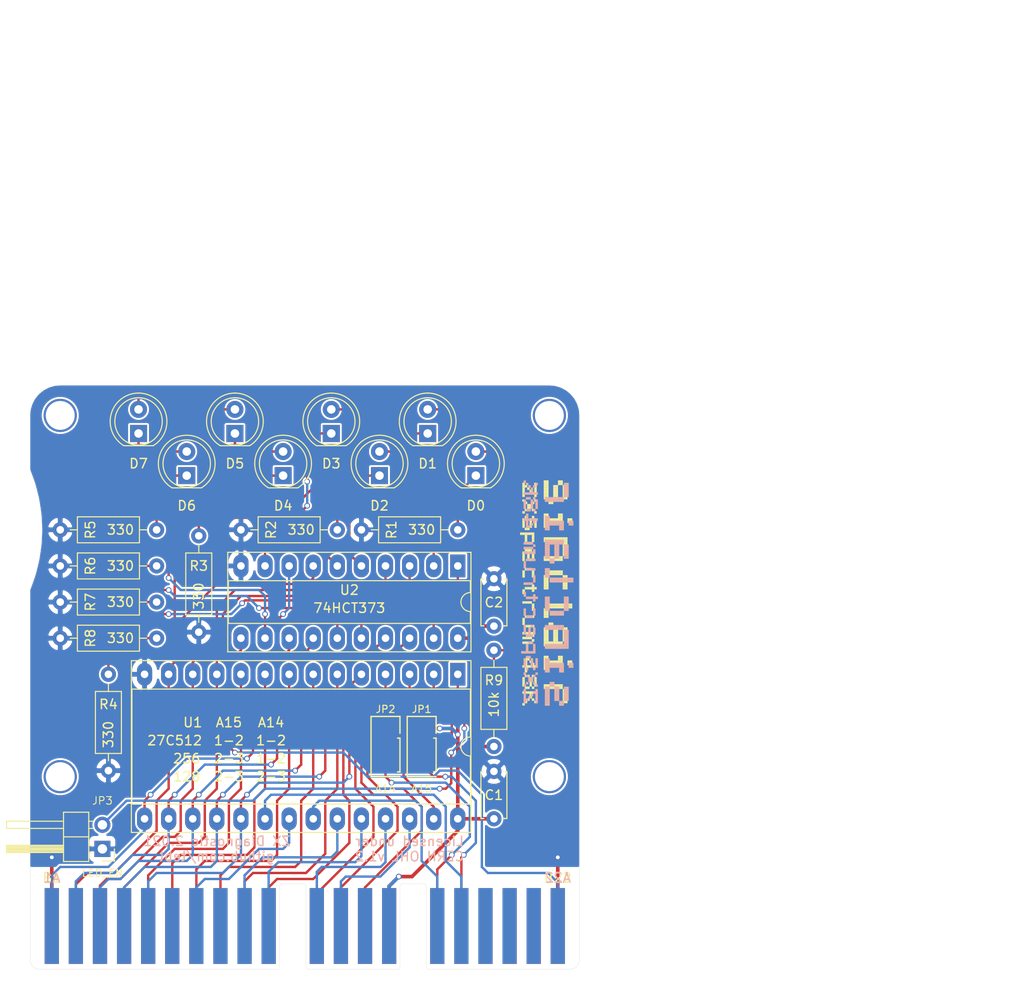
<source format=kicad_pcb>
(kicad_pcb (version 20171130) (host pcbnew "(5.1.8)-1")
  (layers (0 F.Cu signal) (31 B.Cu signal) (34 B.Paste user) (35 F.Paste user) (36 B.SilkS user) (37 F.SilkS user) (38 B.Mask user) (39 F.Mask user) (44 Edge.Cuts user))
  (net 0 "")
  (net 1 /A12)
  (net 2 /A7)
  (net 3 /A6)
  (net 4 /A5)
  (net 5 /A4)
  (net 6 /A3)
  (net 7 /A10)
  (net 8 /A2)
  (net 9 /A1)
  (net 10 /A11)
  (net 11 /A0)
  (net 12 /A9)
  (net 13 /A8)
  (net 14 GND)
  (net 15 VCC)
  (net 16 /D7)
  (net 17 /D6)
  (net 18 /D5)
  (net 19 /D4)
  (net 20 /D3)
  (net 21 /D2)
  (net 22 /D1)
  (net 23 /D0)
  (net 24 /A13)
  (net 25 /~ROM_0)
  (net 26 /~ROM_OE)
  (net 27 /BA14)
  (net 28 /BA15)
  (net 29 "Net-(D1-Pad2)")
  (net 30 "Net-(D1-Pad1)")
  (net 31 "Net-(D2-Pad1)")
  (net 32 "Net-(D2-Pad2)")
  (net 33 "Net-(D3-Pad2)")
  (net 34 "Net-(D3-Pad1)")
  (net 35 "Net-(D4-Pad2)")
  (net 36 "Net-(D4-Pad1)")
  (net 37 "Net-(D5-Pad1)")
  (net 38 "Net-(D5-Pad2)")
  (net 39 "Net-(D6-Pad1)")
  (net 40 "Net-(D6-Pad2)")
  (net 41 "Net-(D7-Pad1)")
  (net 42 "Net-(D7-Pad2)")
  (net 43 "Net-(D8-Pad2)")
  (net 44 "Net-(D8-Pad1)")
  (net 45 OUT_63)
  (net 46 "Net-(J1-PadB18)")
  (net 47 "Net-(J1-PadB17)")
  (net 48 "Net-(JP3-Pad2)")
  (module artwork:sinclair_title (layer B.Cu) (at 177.541 93.345 90)
    (fp_text reference sinclair_title hide)
    (fp_text value "" (at 0 0 270) (layer B.SilkS) (effects (font (size 1.27 1.27)) (justify mirror)))
  )
  (module Resistor_THT:R_Axial_DIN0207_L6.3mm_D2.5mm_P10.16mm_Horizontal (layer F.Cu) (at 165.354 74.295 180)
    (fp_text reference R1 (at 6.985 0 270) (layer F.SilkS))
    (fp_text value 330 (at 3.81 0) (layer F.SilkS))
    (pad 1 thru_hole circle (at 0 0 180) (size 1.6 1.6) (drill 0.8) (layers *.Cu *.Mask) (net 30 "Net-(D1-Pad1)"))
    (pad 2 thru_hole oval (at 10.16 0 180) (size 1.6 1.6) (drill 0.8) (layers *.Cu *.Mask) (net 14 GND))
  )
  (module Resistor_THT:R_Axial_DIN0207_L6.3mm_D2.5mm_P10.16mm_Horizontal (layer F.Cu) (at 152.654 74.295 180)
    (fp_text reference R2 (at 6.985 0 270) (layer F.SilkS))
    (fp_text value 330 (at 3.81 0) (layer F.SilkS))
    (pad 1 thru_hole circle (at 0 0 180) (size 1.6 1.6) (drill 0.8) (layers *.Cu *.Mask) (net 31 "Net-(D2-Pad1)"))
    (pad 2 thru_hole oval (at 10.16 0 180) (size 1.6 1.6) (drill 0.8) (layers *.Cu *.Mask) (net 14 GND))
  )
  (module zx_spectrum:ZX_Spectrum_Cartridge (layer F.Cu) (at 150.495 116.078)
    (fp_text reference J1 hide)
    (fp_text value Cartridge hide)
    (fp_text user B22 (at 25.4 -5.08) (layer F.SilkS))
    (fp_text user B1 (at -27.94 -5.08) (layer F.SilkS))
    (fp_text user A1 (at -27.94 -5.08) (layer B.SilkS) (effects (justify mirror)))
    (fp_text user A22 (at 25.4 -5.08) (layer B.SilkS) (effects (justify mirror)))
    (pad B22 connect rect (at 25.4 0) (size 1.5 8) (layers F.Cu F.Mask) (net 14 GND))
    (pad B21 connect rect (at 22.86 0) (size 1.5 8) (layers F.Cu F.Mask))
    (pad B20 connect rect (at 20.32 0) (size 1.5 8) (layers F.Cu F.Mask))
    (pad B19 connect rect (at 17.78 0) (size 1.5 8) (layers F.Cu F.Mask))
    (pad B18 connect rect (at 15.24 0) (size 1.5 8) (layers F.Cu F.Mask) (net 46 "Net-(J1-PadB18)"))
    (pad B17 connect rect (at 12.7 0) (size 1.5 8) (layers F.Cu F.Mask) (net 47 "Net-(J1-PadB17)"))
    (pad B15 connect rect (at 7.62 0) (size 1.5 8) (layers F.Cu F.Mask) (net 15 VCC))
    (pad B14 connect rect (at 5.08 0) (size 1.5 8) (layers F.Cu F.Mask) (net 1 /A12))
    (pad B13 connect rect (at 2.54 0) (size 1.5 8) (layers F.Cu F.Mask) (net 2 /A7))
    (pad B12 connect rect (at 0 0) (size 1.5 8) (layers F.Cu F.Mask) (net 3 /A6))
    (pad B10 connect rect (at -5.08 0) (size 1.5 8) (layers F.Cu F.Mask) (net 4 /A5))
    (pad B9 connect rect (at -7.62 0) (size 1.5 8) (layers F.Cu F.Mask) (net 5 /A4))
    (pad B8 connect rect (at -10.16 0) (size 1.5 8) (layers F.Cu F.Mask) (net 6 /A3))
    (pad B7 connect rect (at -12.7 0) (size 1.5 8) (layers F.Cu F.Mask) (net 8 /A2))
    (pad B6 connect rect (at -15.24 0) (size 1.5 8) (layers F.Cu F.Mask) (net 9 /A1))
    (pad B5 connect rect (at -17.78 0) (size 1.5 8) (layers F.Cu F.Mask) (net 11 /A0))
    (pad B4 connect rect (at -20.32 0) (size 1.5 8) (layers F.Cu F.Mask) (net 23 /D0))
    (pad B3 connect rect (at -22.86 0) (size 1.5 8) (layers F.Cu F.Mask) (net 22 /D1))
    (pad B2 connect rect (at -25.4 0) (size 1.5 8) (layers F.Cu F.Mask) (net 21 /D2))
    (pad A22 connect rect (at 25.4 0) (size 1.5 8) (layers B.Cu F.Mask) (net 45 OUT_63))
    (pad A21 connect rect (at 22.86 0) (size 1.5 8) (layers B.Cu F.Mask))
    (pad A20 connect rect (at 20.32 0) (size 1.5 8) (layers B.Cu F.Mask))
    (pad A19 connect rect (at 17.78 0) (size 1.5 8) (layers B.Cu F.Mask))
    (pad A18 connect rect (at 15.24 0) (size 1.5 8) (layers B.Cu F.Mask) (net 25 /~ROM_0))
    (pad A17 connect rect (at 12.7 0) (size 1.5 8) (layers B.Cu F.Mask) (net 26 /~ROM_OE))
    (pad A15 connect rect (at 7.62 0) (size 1.5 8) (layers B.Cu F.Mask) (net 15 VCC))
    (pad A14 connect rect (at 5.08 0) (size 1.5 8) (layers B.Cu F.Mask))
    (pad A13 connect rect (at 2.54 0) (size 1.5 8) (layers B.Cu F.Mask) (net 24 /A13))
    (pad A12 connect rect (at 0 0) (size 1.5 8) (layers B.Cu F.Mask) (net 13 /A8))
    (pad A10 connect rect (at -5.08 0) (size 1.5 8) (layers B.Cu F.Mask) (net 12 /A9))
    (pad A9 connect rect (at -7.62 0) (size 1.5 8) (layers B.Cu F.Mask) (net 10 /A11))
    (pad A8 connect rect (at -10.16 0) (size 1.5 8) (layers B.Cu F.Mask))
    (pad A7 connect rect (at -12.7 0) (size 1.5 8) (layers B.Cu F.Mask) (net 7 /A10))
    (pad A6 connect rect (at -15.24 0) (size 1.5 8) (layers B.Cu F.Mask))
    (pad A5 connect rect (at -17.78 0) (size 1.5 8) (layers B.Cu F.Mask) (net 16 /D7))
    (pad A4 connect rect (at -20.32 0) (size 1.5 8) (layers B.Cu F.Mask) (net 17 /D6))
    (pad A3 connect rect (at -22.86 0) (size 1.5 8) (layers B.Cu F.Mask) (net 18 /D5))
    (pad A2 connect rect (at -25.4 0) (size 1.5 8) (layers B.Cu F.Mask) (net 19 /D4))
    (pad A1 connect rect (at -27.94 0) (size 1.5 8) (layers B.Cu F.Mask) (net 20 /D3))
    (pad B1 connect rect (at -27.94 0) (size 1.5 8) (layers F.Cu F.Mask) (net 14 GND))
  )
  (module artwork:sinclair_title (layer F.Cu) (at 177.419 68.58 270)
    (fp_text reference sinclair_title hide)
    (fp_text value "" (at 0 0 90) (layer F.SilkS) (effects (font (size 1.27 1.27))))
  )
  (module Package_DIP:DIP-28_W15.24mm_Socket_LongPads (layer F.Cu) (at 165.354 89.535 270)
    (fp_text reference U1 (at 5.08 27.94 180) (layer F.SilkS))
    (fp_text value 27C512 (at 6.985 29.845 180) (layer F.SilkS))
    (pad 1 thru_hole rect (at 0 0 270) (size 2.4 1.6) (drill 0.8) (layers *.Cu *.Mask) (net 28 /BA15))
    (pad 15 thru_hole oval (at 15.24 33.02 270) (size 2.4 1.6) (drill 0.8) (layers *.Cu *.Mask) (net 20 /D3))
    (pad 2 thru_hole oval (at 0 2.54 270) (size 2.4 1.6) (drill 0.8) (layers *.Cu *.Mask) (net 1 /A12))
    (pad 16 thru_hole oval (at 15.24 30.48 270) (size 2.4 1.6) (drill 0.8) (layers *.Cu *.Mask) (net 19 /D4))
    (pad 3 thru_hole oval (at 0 5.08 270) (size 2.4 1.6) (drill 0.8) (layers *.Cu *.Mask) (net 2 /A7))
    (pad 17 thru_hole oval (at 15.24 27.94 270) (size 2.4 1.6) (drill 0.8) (layers *.Cu *.Mask) (net 18 /D5))
    (pad 4 thru_hole oval (at 0 7.62 270) (size 2.4 1.6) (drill 0.8) (layers *.Cu *.Mask) (net 3 /A6))
    (pad 18 thru_hole oval (at 15.24 25.4 270) (size 2.4 1.6) (drill 0.8) (layers *.Cu *.Mask) (net 17 /D6))
    (pad 5 thru_hole oval (at 0 10.16 270) (size 2.4 1.6) (drill 0.8) (layers *.Cu *.Mask) (net 4 /A5))
    (pad 19 thru_hole oval (at 15.24 22.86 270) (size 2.4 1.6) (drill 0.8) (layers *.Cu *.Mask) (net 16 /D7))
    (pad 6 thru_hole oval (at 0 12.7 270) (size 2.4 1.6) (drill 0.8) (layers *.Cu *.Mask) (net 5 /A4))
    (pad 20 thru_hole oval (at 15.24 20.32 270) (size 2.4 1.6) (drill 0.8) (layers *.Cu *.Mask) (net 25 /~ROM_0))
    (pad 7 thru_hole oval (at 0 15.24 270) (size 2.4 1.6) (drill 0.8) (layers *.Cu *.Mask) (net 6 /A3))
    (pad 21 thru_hole oval (at 15.24 17.78 270) (size 2.4 1.6) (drill 0.8) (layers *.Cu *.Mask) (net 7 /A10))
    (pad 8 thru_hole oval (at 0 17.78 270) (size 2.4 1.6) (drill 0.8) (layers *.Cu *.Mask) (net 8 /A2))
    (pad 22 thru_hole oval (at 15.24 15.24 270) (size 2.4 1.6) (drill 0.8) (layers *.Cu *.Mask) (net 26 /~ROM_OE))
    (pad 9 thru_hole oval (at 0 20.32 270) (size 2.4 1.6) (drill 0.8) (layers *.Cu *.Mask) (net 9 /A1))
    (pad 23 thru_hole oval (at 15.24 12.7 270) (size 2.4 1.6) (drill 0.8) (layers *.Cu *.Mask) (net 10 /A11))
    (pad 10 thru_hole oval (at 0 22.86 270) (size 2.4 1.6) (drill 0.8) (layers *.Cu *.Mask) (net 11 /A0))
    (pad 24 thru_hole oval (at 15.24 10.16 270) (size 2.4 1.6) (drill 0.8) (layers *.Cu *.Mask) (net 12 /A9))
    (pad 11 thru_hole oval (at 0 25.4 270) (size 2.4 1.6) (drill 0.8) (layers *.Cu *.Mask) (net 23 /D0))
    (pad 25 thru_hole oval (at 15.24 7.62 270) (size 2.4 1.6) (drill 0.8) (layers *.Cu *.Mask) (net 13 /A8))
    (pad 12 thru_hole oval (at 0 27.94 270) (size 2.4 1.6) (drill 0.8) (layers *.Cu *.Mask) (net 22 /D1))
    (pad 26 thru_hole oval (at 15.24 5.08 270) (size 2.4 1.6) (drill 0.8) (layers *.Cu *.Mask) (net 24 /A13))
    (pad 13 thru_hole oval (at 0 30.48 270) (size 2.4 1.6) (drill 0.8) (layers *.Cu *.Mask) (net 21 /D2))
    (pad 27 thru_hole oval (at 15.24 2.54 270) (size 2.4 1.6) (drill 0.8) (layers *.Cu *.Mask) (net 27 /BA14))
    (pad 14 thru_hole oval (at 0 33.02 270) (size 2.4 1.6) (drill 0.8) (layers *.Cu *.Mask) (net 14 GND))
    (pad 28 thru_hole oval (at 15.24 0 270) (size 2.4 1.6) (drill 0.8) (layers *.Cu *.Mask) (net 15 VCC))
  )
  (module mounting:M3_pin (layer F.Cu) (at 123.444 100.33)
    (fp_text reference M1 hide)
    (fp_text value Mounting hide)
    (pad 1 thru_hole circle (at 0 0) (size 3.5 3.5) (drill 3.048) (layers *.Cu *.Mask))
  )
  (module mounting:M3_pin (layer F.Cu) (at 175.011 100.33)
    (fp_text reference M2 hide)
    (fp_text value Mounting hide)
    (pad 1 thru_hole circle (at 0 0) (size 3.5 3.5) (drill 3.048) (layers *.Cu *.Mask))
  )
  (module mounting:M3_pin (layer F.Cu) (at 175.011 62.23)
    (fp_text reference M3 hide)
    (fp_text value Mounting hide)
    (pad 1 thru_hole circle (at 0 0) (size 3.5 3.5) (drill 3.048) (layers *.Cu *.Mask))
  )
  (module mounting:M3_pin (layer F.Cu) (at 123.444 62.23)
    (fp_text reference M4 hide)
    (fp_text value Mounting hide)
    (pad 1 thru_hole circle (at 0 0) (size 3.5 3.5) (drill 3.048) (layers *.Cu *.Mask))
  )
  (module Capacitor_THT:C_Disc_D4.7mm_W2.5mm_P5.00mm (layer F.Cu) (at 169.164 104.775 90)
    (fp_text reference C1 (at 2.5 0 180) (layer F.SilkS))
    (fp_text value 100nF)
    (pad 1 thru_hole circle (at 0 0 90) (size 1.6 1.6) (drill 0.8) (layers *.Cu *.Mask) (net 15 VCC))
    (pad 2 thru_hole circle (at 5 0 90) (size 1.6 1.6) (drill 0.8) (layers *.Cu *.Mask) (net 14 GND))
  )
  (module LED_THT:LED_D5.0mm (layer F.Cu) (at 167.259 68.58 90)
    (fp_text reference D1 hide)
    (fp_text value LED0)
    (pad 2 thru_hole circle (at 2.54 0 90) (size 1.8 1.8) (drill 0.9) (layers *.Cu *.Mask) (net 29 "Net-(D1-Pad2)"))
    (pad 1 thru_hole rect (at 0 0 90) (size 1.8 1.8) (drill 0.9) (layers *.Cu *.Mask) (net 30 "Net-(D1-Pad1)"))
  )
  (module LED_THT:LED_D5.0mm (layer F.Cu) (at 162.179 64.135 90)
    (fp_text reference D2 hide)
    (fp_text value LED1)
    (pad 1 thru_hole rect (at 0 0 90) (size 1.8 1.8) (drill 0.9) (layers *.Cu *.Mask) (net 31 "Net-(D2-Pad1)"))
    (pad 2 thru_hole circle (at 2.54 0 90) (size 1.8 1.8) (drill 0.9) (layers *.Cu *.Mask) (net 32 "Net-(D2-Pad2)"))
  )
  (module LED_THT:LED_D5.0mm (layer F.Cu) (at 157.099 68.58 90)
    (fp_text reference D3 hide)
    (fp_text value LED2)
    (pad 2 thru_hole circle (at 2.54 0 90) (size 1.8 1.8) (drill 0.9) (layers *.Cu *.Mask) (net 33 "Net-(D3-Pad2)"))
    (pad 1 thru_hole rect (at 0 0 90) (size 1.8 1.8) (drill 0.9) (layers *.Cu *.Mask) (net 34 "Net-(D3-Pad1)"))
  )
  (module LED_THT:LED_D5.0mm (layer F.Cu) (at 152.019 64.135 90)
    (fp_text reference D4 hide)
    (fp_text value LED3)
    (pad 2 thru_hole circle (at 2.54 0 90) (size 1.8 1.8) (drill 0.9) (layers *.Cu *.Mask) (net 35 "Net-(D4-Pad2)"))
    (pad 1 thru_hole rect (at 0 0 90) (size 1.8 1.8) (drill 0.9) (layers *.Cu *.Mask) (net 36 "Net-(D4-Pad1)"))
  )
  (module LED_THT:LED_D5.0mm (layer F.Cu) (at 146.939 68.58 90)
    (fp_text reference D5 hide)
    (fp_text value LED4)
    (pad 1 thru_hole rect (at 0 0 90) (size 1.8 1.8) (drill 0.9) (layers *.Cu *.Mask) (net 37 "Net-(D5-Pad1)"))
    (pad 2 thru_hole circle (at 2.54 0 90) (size 1.8 1.8) (drill 0.9) (layers *.Cu *.Mask) (net 38 "Net-(D5-Pad2)"))
  )
  (module LED_THT:LED_D5.0mm (layer F.Cu) (at 141.859 64.135 90)
    (fp_text reference D6 hide)
    (fp_text value LED5)
    (pad 1 thru_hole rect (at 0 0 90) (size 1.8 1.8) (drill 0.9) (layers *.Cu *.Mask) (net 39 "Net-(D6-Pad1)"))
    (pad 2 thru_hole circle (at 2.54 0 90) (size 1.8 1.8) (drill 0.9) (layers *.Cu *.Mask) (net 40 "Net-(D6-Pad2)"))
  )
  (module LED_THT:LED_D5.0mm (layer F.Cu) (at 136.779 68.58 90)
    (fp_text reference D7 hide)
    (fp_text value LED6)
    (pad 1 thru_hole rect (at 0 0 90) (size 1.8 1.8) (drill 0.9) (layers *.Cu *.Mask) (net 41 "Net-(D7-Pad1)"))
    (pad 2 thru_hole circle (at 2.54 0 90) (size 1.8 1.8) (drill 0.9) (layers *.Cu *.Mask) (net 42 "Net-(D7-Pad2)"))
  )
  (module LED_THT:LED_D5.0mm (layer F.Cu) (at 131.699 64.135 90)
    (fp_text reference D8 hide)
    (fp_text value LED7)
    (pad 2 thru_hole circle (at 2.54 0 90) (size 1.8 1.8) (drill 0.9) (layers *.Cu *.Mask) (net 43 "Net-(D8-Pad2)"))
    (pad 1 thru_hole rect (at 0 0 90) (size 1.8 1.8) (drill 0.9) (layers *.Cu *.Mask) (net 44 "Net-(D8-Pad1)"))
  )
  (module Resistor_THT:R_Axial_DIN0207_L6.3mm_D2.5mm_P10.16mm_Horizontal (layer F.Cu) (at 138.049 74.93 270)
    (fp_text reference R3 (at 3.175 0) (layer F.SilkS))
    (fp_text value 330 (at 6.35 0 90) (layer F.SilkS))
    (pad 2 thru_hole oval (at 10.16 0 270) (size 1.6 1.6) (drill 0.8) (layers *.Cu *.Mask) (net 14 GND))
    (pad 1 thru_hole circle (at 0 0 270) (size 1.6 1.6) (drill 0.8) (layers *.Cu *.Mask) (net 34 "Net-(D3-Pad1)"))
  )
  (module Resistor_THT:R_Axial_DIN0207_L6.3mm_D2.5mm_P10.16mm_Horizontal (layer F.Cu) (at 128.524 89.535 270)
    (fp_text reference R4 (at 3.175 0 180) (layer F.SilkS))
    (fp_text value 330 (at 6.35 0 90) (layer F.SilkS))
    (pad 2 thru_hole oval (at 10.16 0 270) (size 1.6 1.6) (drill 0.8) (layers *.Cu *.Mask) (net 14 GND))
    (pad 1 thru_hole circle (at 0 0 270) (size 1.6 1.6) (drill 0.8) (layers *.Cu *.Mask) (net 36 "Net-(D4-Pad1)"))
  )
  (module Resistor_THT:R_Axial_DIN0207_L6.3mm_D2.5mm_P10.16mm_Horizontal (layer F.Cu) (at 133.604 74.295 180)
    (fp_text reference R5 (at 6.985 0 90) (layer F.SilkS))
    (fp_text value 330 (at 3.81 0) (layer F.SilkS))
    (pad 1 thru_hole circle (at 0 0 180) (size 1.6 1.6) (drill 0.8) (layers *.Cu *.Mask) (net 37 "Net-(D5-Pad1)"))
    (pad 2 thru_hole oval (at 10.16 0 180) (size 1.6 1.6) (drill 0.8) (layers *.Cu *.Mask) (net 14 GND))
  )
  (module Resistor_THT:R_Axial_DIN0207_L6.3mm_D2.5mm_P10.16mm_Horizontal (layer F.Cu) (at 133.604 78.105 180)
    (fp_text reference R6 (at 6.985 0 90) (layer F.SilkS))
    (fp_text value 330 (at 3.81 0) (layer F.SilkS))
    (pad 2 thru_hole oval (at 10.16 0 180) (size 1.6 1.6) (drill 0.8) (layers *.Cu *.Mask) (net 14 GND))
    (pad 1 thru_hole circle (at 0 0 180) (size 1.6 1.6) (drill 0.8) (layers *.Cu *.Mask) (net 39 "Net-(D6-Pad1)"))
  )
  (module Resistor_THT:R_Axial_DIN0207_L6.3mm_D2.5mm_P10.16mm_Horizontal (layer F.Cu) (at 133.604 81.915 180)
    (fp_text reference R7 (at 6.985 0 90) (layer F.SilkS))
    (fp_text value 330 (at 3.81 0) (layer F.SilkS))
    (pad 1 thru_hole circle (at 0 0 180) (size 1.6 1.6) (drill 0.8) (layers *.Cu *.Mask) (net 41 "Net-(D7-Pad1)"))
    (pad 2 thru_hole oval (at 10.16 0 180) (size 1.6 1.6) (drill 0.8) (layers *.Cu *.Mask) (net 14 GND))
  )
  (module Resistor_THT:R_Axial_DIN0207_L6.3mm_D2.5mm_P10.16mm_Horizontal (layer F.Cu) (at 133.604 85.725 180)
    (fp_text reference R8 (at 6.985 0 90) (layer F.SilkS))
    (fp_text value 330 (at 3.81 0) (layer F.SilkS))
    (pad 2 thru_hole oval (at 10.16 0 180) (size 1.6 1.6) (drill 0.8) (layers *.Cu *.Mask) (net 14 GND))
    (pad 1 thru_hole circle (at 0 0 180) (size 1.6 1.6) (drill 0.8) (layers *.Cu *.Mask) (net 44 "Net-(D8-Pad1)"))
  )
  (module Package_DIP:DIP-20_W7.62mm_Socket_LongPads (layer F.Cu) (at 165.354 78.105 270)
    (fp_text reference U2 (at 2.54 11.43 180) (layer F.SilkS))
    (fp_text value 74HCT373 (at 4.445 11.43 180) (layer F.SilkS))
    (pad 1 thru_hole rect (at 0 0 270) (size 2.4 1.6) (drill 0.8) (layers *.Cu *.Mask) (net 48 "Net-(JP3-Pad2)"))
    (pad 11 thru_hole oval (at 7.62 22.86 270) (size 2.4 1.6) (drill 0.8) (layers *.Cu *.Mask) (net 45 OUT_63))
    (pad 2 thru_hole oval (at 0 2.54 270) (size 2.4 1.6) (drill 0.8) (layers *.Cu *.Mask) (net 29 "Net-(D1-Pad2)"))
    (pad 12 thru_hole oval (at 7.62 20.32 270) (size 2.4 1.6) (drill 0.8) (layers *.Cu *.Mask) (net 38 "Net-(D5-Pad2)"))
    (pad 3 thru_hole oval (at 0 5.08 270) (size 2.4 1.6) (drill 0.8) (layers *.Cu *.Mask) (net 23 /D0))
    (pad 13 thru_hole oval (at 7.62 17.78 270) (size 2.4 1.6) (drill 0.8) (layers *.Cu *.Mask) (net 19 /D4))
    (pad 4 thru_hole oval (at 0 7.62 270) (size 2.4 1.6) (drill 0.8) (layers *.Cu *.Mask) (net 22 /D1))
    (pad 14 thru_hole oval (at 7.62 15.24 270) (size 2.4 1.6) (drill 0.8) (layers *.Cu *.Mask) (net 18 /D5))
    (pad 5 thru_hole oval (at 0 10.16 270) (size 2.4 1.6) (drill 0.8) (layers *.Cu *.Mask) (net 32 "Net-(D2-Pad2)"))
    (pad 15 thru_hole oval (at 7.62 12.7 270) (size 2.4 1.6) (drill 0.8) (layers *.Cu *.Mask) (net 40 "Net-(D6-Pad2)"))
    (pad 6 thru_hole oval (at 0 12.7 270) (size 2.4 1.6) (drill 0.8) (layers *.Cu *.Mask) (net 33 "Net-(D3-Pad2)"))
    (pad 16 thru_hole oval (at 7.62 10.16 270) (size 2.4 1.6) (drill 0.8) (layers *.Cu *.Mask) (net 42 "Net-(D7-Pad2)"))
    (pad 7 thru_hole oval (at 0 15.24 270) (size 2.4 1.6) (drill 0.8) (layers *.Cu *.Mask) (net 21 /D2))
    (pad 17 thru_hole oval (at 7.62 7.62 270) (size 2.4 1.6) (drill 0.8) (layers *.Cu *.Mask) (net 17 /D6))
    (pad 8 thru_hole oval (at 0 17.78 270) (size 2.4 1.6) (drill 0.8) (layers *.Cu *.Mask) (net 20 /D3))
    (pad 18 thru_hole oval (at 7.62 5.08 270) (size 2.4 1.6) (drill 0.8) (layers *.Cu *.Mask) (net 16 /D7))
    (pad 9 thru_hole oval (at 0 20.32 270) (size 2.4 1.6) (drill 0.8) (layers *.Cu *.Mask) (net 35 "Net-(D4-Pad2)"))
    (pad 19 thru_hole oval (at 7.62 2.54 270) (size 2.4 1.6) (drill 0.8) (layers *.Cu *.Mask) (net 43 "Net-(D8-Pad2)"))
    (pad 10 thru_hole oval (at 0 22.86 270) (size 2.4 1.6) (drill 0.8) (layers *.Cu *.Mask) (net 14 GND))
    (pad 20 thru_hole oval (at 7.62 0 270) (size 2.4 1.6) (drill 0.8) (layers *.Cu *.Mask) (net 15 VCC))
  )
  (module Capacitor_THT:C_Disc_D4.7mm_W2.5mm_P5.00mm (layer F.Cu) (at 169.164 84.455 90)
    (fp_text reference C2 (at 2.5 0 180) (layer F.SilkS))
    (fp_text value 100nF)
    (pad 1 thru_hole circle (at 0 0 90) (size 1.6 1.6) (drill 0.8) (layers *.Cu *.Mask) (net 15 VCC))
    (pad 2 thru_hole circle (at 5 0 90) (size 1.6 1.6) (drill 0.8) (layers *.Cu *.Mask) (net 14 GND))
  )
  (module solder_bridge:select (layer F.Cu) (at 161.544 99.06 180)
    (fp_text reference JP1 hide)
    (fp_text value A15 (at 0 -2.54) (layer F.SilkS) (effects (font (size 0.8 0.8) (thickness 0.1))))
    (fp_text user %R (at 0 5.842 180) (layer F.SilkS) (effects (font (size 0.76 0.76) (thickness 0.114))))
    (pad 3 smd oval (at 0 3.81 180) (size 2 1.5) (layers F.Cu F.Paste F.Mask) (net 15 VCC))
    (pad 2 smd oval (at 0 1.905 180) (size 2 1.5) (layers F.Cu F.Paste F.Mask) (net 28 /BA15))
    (pad 1 smd rect (at 0 0 180) (size 2 1.5) (layers F.Cu F.Paste F.Mask) (net 46 "Net-(J1-PadB18)"))
  )
  (module solder_bridge:select (layer F.Cu) (at 157.734 99.06 180)
    (fp_text reference JP2 hide)
    (fp_text value A14 (at 0 -2.54) (layer F.SilkS) (effects (font (size 0.8 0.8) (thickness 0.1))))
    (fp_text user %R (at 0 5.842 180) (layer F.SilkS) (effects (font (size 0.76 0.76) (thickness 0.114))))
    (pad 1 smd rect (at 0 0 180) (size 2 1.5) (layers F.Cu F.Paste F.Mask) (net 47 "Net-(J1-PadB17)"))
    (pad 2 smd oval (at 0 1.905 180) (size 2 1.5) (layers F.Cu F.Paste F.Mask) (net 27 /BA14))
    (pad 3 smd oval (at 0 3.81 180) (size 2 1.5) (layers F.Cu F.Paste F.Mask) (net 15 VCC))
  )
  (module Connector_PinHeader_2.54mm:PinHeader_1x02_P2.54mm_Horizontal (layer F.Cu) (at 127.889 107.95 180)
    (fp_text reference JP3 (at 0 5.08) (layer F.SilkS) (effects (font (size 0.8 0.8) (thickness 0.1))))
    (fp_text value LED_EN (at 0 -2.54) (layer F.SilkS) (effects (font (size 0.8 0.8) (thickness 0.1))))
    (pad 2 thru_hole oval (at 0 2.54 180) (size 1.7 1.7) (drill 1) (layers *.Cu *.Mask) (net 48 "Net-(JP3-Pad2)"))
    (pad 1 thru_hole rect (at 0 0 180) (size 1.7 1.7) (drill 1) (layers *.Cu *.Mask) (net 14 GND))
  )
  (module Resistor_THT:R_Axial_DIN0207_L6.3mm_D2.5mm_P10.16mm_Horizontal (layer F.Cu) (at 169.164 97.155 90)
    (fp_text reference R9 (at 6.985 0 180) (layer F.SilkS))
    (fp_text value 10k (at 4.445 0 90) (layer F.SilkS))
    (pad 1 thru_hole circle (at 0 0 90) (size 1.6 1.6) (drill 0.8) (layers *.Cu *.Mask) (net 15 VCC))
    (pad 2 thru_hole oval (at 10.16 0 90) (size 1.6 1.6) (drill 0.8) (layers *.Cu *.Mask) (net 48 "Net-(JP3-Pad2)"))
  )
  (gr_text D0 (at 167.259 71.755) (layer F.SilkS) (effects (font (size 1 1))))
  (gr_text D1 (at 162.179 67.31) (layer F.SilkS) (effects (font (size 1 1))))
  (gr_text D2 (at 157.099 71.755) (layer F.SilkS) (effects (font (size 1 1))))
  (gr_text D3 (at 152.019 67.31) (layer F.SilkS) (effects (font (size 1 1))))
  (gr_text D4 (at 146.939 71.755) (layer F.SilkS) (effects (font (size 1 1))))
  (gr_text D5 (at 141.859 67.31) (layer F.SilkS) (effects (font (size 1 1))))
  (gr_text D6 (at 136.779 71.755) (layer F.SilkS) (effects (font (size 1 1))))
  (gr_text D7 (at 131.699 67.31) (layer F.SilkS) (effects (font (size 1 1))))
  (gr_text 2-3 (at 145.669 100.33) (layer F.SilkS) (effects (font (size 1 1))))
  (gr_text 2-3 (at 141.224 100.33) (layer F.SilkS) (effects (font (size 1 1))))
  (gr_text 2-3 (at 141.224 98.425) (layer F.SilkS) (effects (font (size 1 1))))
  (gr_text 1-2 (at 145.669 98.425) (layer F.SilkS) (effects (font (size 1 1))))
  (gr_text 1-2 (at 145.669 96.52) (layer F.SilkS) (effects (font (size 1 1))))
  (gr_text 1-2 (at 141.224 96.52) (layer F.SilkS) (effects (font (size 1 1))))
  (gr_text A14 (at 145.669 94.615) (layer F.SilkS) (effects (font (size 1 1))))
  (gr_text A15 (at 141.224 94.615) (layer F.SilkS) (effects (font (size 1 1))))
  (gr_text 128 (at 136.779 100.33) (layer F.SilkS) (effects (font (size 1 1))))
  (gr_text 256 (at 136.779 98.425) (layer F.SilkS) (effects (font (size 1 1))))
  (gr_line (start 120.269 67.945) (end 120.269 62.23) (layer Edge.Cuts) (width 0.0254))
  (gr_arc (start 105.029001 74.295001) (end 120.269001 80.645) (angle -45.2397299) (layer Edge.Cuts) (width 0.0254))
  (gr_line (start 123.444 59.055) (end 175.006 59.055) (layer Edge.Cuts) (width 0.0254))
  (gr_arc (start 175.006 62.23) (end 178.181 62.23) (angle -90) (layer Edge.Cuts) (width 0.0254))
  (gr_arc (start 123.444 62.23) (end 123.444 59.055) (angle -90) (layer Edge.Cuts) (width 0.0254))
  (gr_line (start 162.306 120.65) (end 177.165 120.65) (layer Edge.Cuts) (width 0.0254))
  (gr_line (start 149.606 120.65) (end 159.004 120.65) (layer Edge.Cuts) (width 0.0254))
  (gr_line (start 162.052 111.887) (end 162.052 120.396) (layer Edge.Cuts) (width 0.0254))
  (gr_line (start 159.258 120.396) (end 159.258 111.887) (layer Edge.Cuts) (width 0.0254))
  (gr_arc (start 161.798 111.887) (end 162.052 111.887) (angle -90) (layer Edge.Cuts) (width 0.0254))
  (gr_arc (start 162.306 120.396) (end 162.052 120.396) (angle -90) (layer Edge.Cuts) (width 0.0254))
  (gr_arc (start 159.512 111.887) (end 159.512 111.633) (angle -90) (layer Edge.Cuts) (width 0.0254))
  (gr_arc (start 159.004 120.396) (end 159.004 120.65) (angle -90) (layer Edge.Cuts) (width 0.0254))
  (gr_line (start 159.512 111.633) (end 161.798 111.633) (layer Edge.Cuts) (width 0.0254))
  (gr_line (start 146.304 120.65) (end 121.285 120.65) (layer Edge.Cuts) (width 0.0254))
  (gr_line (start 149.352 111.887) (end 149.352 120.396) (layer Edge.Cuts) (width 0.0254))
  (gr_line (start 146.812 111.633) (end 149.098 111.633) (layer Edge.Cuts) (width 0.0254))
  (gr_line (start 146.558 120.396) (end 146.558 111.887) (layer Edge.Cuts) (width 0.0254))
  (gr_arc (start 146.304 120.396) (end 146.304 120.65) (angle -90) (layer Edge.Cuts) (width 0.0254))
  (gr_arc (start 146.812 111.887) (end 146.812 111.633) (angle -90) (layer Edge.Cuts) (width 0.0254))
  (gr_arc (start 149.098 111.887) (end 149.352 111.887) (angle -90) (layer Edge.Cuts) (width 0.0254))
  (gr_arc (start 149.606 120.396) (end 149.352 120.396) (angle -90) (layer Edge.Cuts) (width 0.0254))
  (gr_text "ZX Diagnostic 2.021\ngithub.com/tebl" (at 139.954 107.95) (layer B.SilkS) (effects (font (size 1 1)) (justify mirror)))
  (gr_text "Licensed under\nCERN OHL v1.2" (at 160.274 107.95) (layer B.SilkS) (effects (font (size 1 1)) (justify mirror)))
  (gr_line (start 178.181 62.23) (end 178.181 119.253) (angle 90) (layer Edge.Cuts) (width 0.0254))
  (gr_line (start 120.269 119.253) (end 120.269 119.634) (angle 90) (layer Edge.Cuts) (width 0.0254))
  (gr_arc (start 121.285 119.634) (end 121.285 120.65) (angle 90) (layer Edge.Cuts) (width 0.0254))
  (gr_line (start 178.181 119.634) (end 178.181 119.253) (angle 90) (layer Edge.Cuts) (width 0.0254))
  (gr_arc (start 177.165 119.634) (end 178.181 119.634) (angle 90) (layer Edge.Cuts) (width 0.0254))
  (gr_line (start 120.269001 80.645) (end 120.269 119.253) (angle 90) (layer Edge.Cuts) (width 0.0254))
  (segment (start 157.101115 93.345705) (end 160.453295 93.345705) (width 0.25) (layer F.Cu) (net 1))
  (segment (start 155.829 94.61782) (end 157.101115 93.345705) (width 0.25) (layer F.Cu) (net 1))
  (segment (start 162.814 90.985) (end 162.814 89.535) (width 0.25) (layer F.Cu) (net 1))
  (segment (start 157.099 101.6) (end 155.829 100.33) (width 0.25) (layer F.Cu) (net 1))
  (segment (start 159.639 101.6) (end 157.099 101.6) (width 0.25) (layer F.Cu) (net 1))
  (segment (start 161.544 103.505) (end 159.639 101.6) (width 0.25) (layer F.Cu) (net 1))
  (segment (start 161.544 106.045) (end 161.544 103.505) (width 0.25) (layer F.Cu) (net 1))
  (segment (start 160.453295 93.345705) (end 162.814 90.985) (width 0.25) (layer F.Cu) (net 1))
  (segment (start 155.575 112.014) (end 161.544 106.045) (width 0.25) (layer F.Cu) (net 1))
  (segment (start 155.829 100.33) (end 155.829 94.61782) (width 0.25) (layer F.Cu) (net 1))
  (segment (start 155.575 116.078) (end 155.575 112.014) (width 0.25) (layer F.Cu) (net 1))
  (segment (start 160.274 92.075) (end 160.274 89.535) (width 0.25) (layer F.Cu) (net 2))
  (segment (start 157.10041 92.71) (end 159.639 92.71) (width 0.25) (layer F.Cu) (net 2))
  (segment (start 155.194 94.61641) (end 157.10041 92.71) (width 0.25) (layer F.Cu) (net 2))
  (segment (start 156.464 102.235) (end 155.194 100.965) (width 0.25) (layer F.Cu) (net 2))
  (segment (start 157.734 102.235) (end 156.464 102.235) (width 0.25) (layer F.Cu) (net 2))
  (segment (start 159.004 103.505) (end 157.734 102.235) (width 0.25) (layer F.Cu) (net 2))
  (segment (start 159.004 106.045) (end 159.004 103.505) (width 0.25) (layer F.Cu) (net 2))
  (segment (start 155.194 100.965) (end 155.194 94.61641) (width 0.25) (layer F.Cu) (net 2))
  (segment (start 153.035 112.014) (end 159.004 106.045) (width 0.25) (layer F.Cu) (net 2))
  (segment (start 159.639 92.71) (end 160.274 92.075) (width 0.25) (layer F.Cu) (net 2))
  (segment (start 153.035 116.078) (end 153.035 112.014) (width 0.25) (layer F.Cu) (net 2))
  (segment (start 156.464 106.68) (end 150.495 112.649) (width 0.25) (layer F.Cu) (net 3))
  (segment (start 156.464 103.505) (end 156.464 106.68) (width 0.25) (layer F.Cu) (net 3))
  (segment (start 154.559 101.6) (end 156.464 103.505) (width 0.25) (layer F.Cu) (net 3))
  (segment (start 154.559 94.615) (end 154.559 101.6) (width 0.25) (layer F.Cu) (net 3))
  (segment (start 157.734 91.44) (end 154.559 94.615) (width 0.25) (layer F.Cu) (net 3))
  (segment (start 150.495 112.649) (end 150.495 116.078) (width 0.25) (layer F.Cu) (net 3))
  (segment (start 157.734 89.535) (end 157.734 91.44) (width 0.25) (layer F.Cu) (net 3))
  (segment (start 145.415 112.014) (end 145.415 116.078) (width 0.25) (layer F.Cu) (net 4))
  (segment (start 153.924 107.315) (end 150.114 111.125) (width 0.25) (layer F.Cu) (net 4))
  (segment (start 146.304 111.125) (end 145.415 112.014) (width 0.25) (layer F.Cu) (net 4))
  (segment (start 153.924 102.87) (end 153.924 107.315) (width 0.25) (layer F.Cu) (net 4))
  (segment (start 153.289 102.235) (end 153.924 102.87) (width 0.25) (layer F.Cu) (net 4))
  (segment (start 150.114 111.125) (end 146.304 111.125) (width 0.25) (layer F.Cu) (net 4))
  (segment (start 153.289 91.44) (end 153.289 102.235) (width 0.25) (layer F.Cu) (net 4))
  (segment (start 155.194 89.535) (end 153.289 91.44) (width 0.25) (layer F.Cu) (net 4))
  (segment (start 152.654 101.6) (end 152.654 89.535) (width 0.25) (layer F.Cu) (net 5))
  (segment (start 151.384 102.87) (end 152.654 101.6) (width 0.25) (layer F.Cu) (net 5))
  (segment (start 149.352 110.49) (end 151.384 108.458) (width 0.25) (layer F.Cu) (net 5))
  (segment (start 143.764 110.49) (end 149.352 110.49) (width 0.25) (layer F.Cu) (net 5))
  (segment (start 142.875 111.379) (end 143.764 110.49) (width 0.25) (layer F.Cu) (net 5))
  (segment (start 151.384 108.458) (end 151.384 102.87) (width 0.25) (layer F.Cu) (net 5))
  (segment (start 142.875 116.078) (end 142.875 111.379) (width 0.25) (layer F.Cu) (net 5))
  (segment (start 148.844 102.87) (end 150.114 101.6) (width 0.25) (layer F.Cu) (net 6))
  (segment (start 148.844 109.22) (end 148.844 102.87) (width 0.25) (layer F.Cu) (net 6))
  (segment (start 148.209 109.855) (end 148.844 109.22) (width 0.25) (layer F.Cu) (net 6))
  (segment (start 141.224 109.855) (end 148.209 109.855) (width 0.25) (layer F.Cu) (net 6))
  (segment (start 140.335 110.744) (end 141.224 109.855) (width 0.25) (layer F.Cu) (net 6))
  (segment (start 150.114 101.6) (end 150.114 89.535) (width 0.25) (layer F.Cu) (net 6))
  (segment (start 140.335 116.078) (end 140.335 110.744) (width 0.25) (layer F.Cu) (net 6))
  (segment (start 147.574 107.315) (end 147.574 104.775) (width 0.25) (layer B.Cu) (net 7))
  (segment (start 146.939 107.95) (end 147.574 107.315) (width 0.25) (layer B.Cu) (net 7))
  (segment (start 141.224 111.125) (end 144.399 107.95) (width 0.25) (layer B.Cu) (net 7))
  (segment (start 138.684 111.125) (end 141.224 111.125) (width 0.25) (layer B.Cu) (net 7))
  (segment (start 137.795 112.014) (end 138.684 111.125) (width 0.25) (layer B.Cu) (net 7))
  (segment (start 144.399 107.95) (end 146.939 107.95) (width 0.25) (layer B.Cu) (net 7))
  (segment (start 137.795 116.078) (end 137.795 112.014) (width 0.25) (layer B.Cu) (net 7))
  (segment (start 147.574 101.6) (end 147.574 89.535) (width 0.25) (layer F.Cu) (net 8))
  (segment (start 146.304 102.87) (end 147.574 101.6) (width 0.25) (layer F.Cu) (net 8))
  (segment (start 145.669 109.22) (end 146.304 108.585) (width 0.25) (layer F.Cu) (net 8))
  (segment (start 138.684 109.22) (end 145.669 109.22) (width 0.25) (layer F.Cu) (net 8))
  (segment (start 137.795 110.109) (end 138.684 109.22) (width 0.25) (layer F.Cu) (net 8))
  (segment (start 146.304 108.585) (end 146.304 102.87) (width 0.25) (layer F.Cu) (net 8))
  (segment (start 137.795 116.078) (end 137.795 110.109) (width 0.25) (layer F.Cu) (net 8))
  (segment (start 145.034 101.6) (end 145.034 89.535) (width 0.25) (layer F.Cu) (net 9))
  (segment (start 143.90899 107.80501) (end 143.90899 102.72501) (width 0.25) (layer F.Cu) (net 9))
  (segment (start 143.90899 102.72501) (end 145.034 101.6) (width 0.25) (layer F.Cu) (net 9))
  (segment (start 143.129 108.585) (end 143.90899 107.80501) (width 0.25) (layer F.Cu) (net 9))
  (segment (start 136.144 108.585) (end 143.129 108.585) (width 0.25) (layer F.Cu) (net 9))
  (segment (start 135.255 109.474) (end 136.144 108.585) (width 0.25) (layer F.Cu) (net 9))
  (segment (start 135.255 116.078) (end 135.255 109.474) (width 0.25) (layer F.Cu) (net 9))
  (segment (start 152.654 108.204) (end 152.654 104.775) (width 0.25) (layer B.Cu) (net 10))
  (segment (start 152.019 108.839) (end 152.654 108.204) (width 0.25) (layer B.Cu) (net 10))
  (segment (start 142.875 110.744) (end 144.78 108.839) (width 0.25) (layer B.Cu) (net 10))
  (segment (start 144.78 108.839) (end 152.019 108.839) (width 0.25) (layer B.Cu) (net 10))
  (segment (start 142.875 116.078) (end 142.875 110.744) (width 0.25) (layer B.Cu) (net 10))
  (segment (start 142.494 101.6) (end 142.494 89.535) (width 0.25) (layer F.Cu) (net 11))
  (segment (start 141.224 107.315) (end 141.224 102.87) (width 0.25) (layer F.Cu) (net 11))
  (segment (start 140.589 107.95) (end 141.224 107.315) (width 0.25) (layer F.Cu) (net 11))
  (segment (start 135.509 107.95) (end 140.589 107.95) (width 0.25) (layer F.Cu) (net 11))
  (segment (start 132.715 110.744) (end 135.509 107.95) (width 0.25) (layer F.Cu) (net 11))
  (segment (start 141.224 102.87) (end 142.494 101.6) (width 0.25) (layer F.Cu) (net 11))
  (segment (start 132.715 116.078) (end 132.715 110.744) (width 0.25) (layer F.Cu) (net 11))
  (segment (start 145.669 115.824) (end 145.415 116.078) (width 0.25) (layer B.Cu) (net 12))
  (segment (start 155.194 108.712) (end 155.194 104.775) (width 0.25) (layer B.Cu) (net 12))
  (segment (start 154.559 109.347) (end 155.194 108.712) (width 0.25) (layer B.Cu) (net 12))
  (segment (start 145.415 110.363) (end 146.431 109.347) (width 0.25) (layer B.Cu) (net 12))
  (segment (start 146.431 109.347) (end 154.559 109.347) (width 0.25) (layer B.Cu) (net 12))
  (segment (start 145.415 116.078) (end 145.415 110.363) (width 0.25) (layer B.Cu) (net 12))
  (segment (start 157.734 109.347) (end 157.734 104.775) (width 0.25) (layer B.Cu) (net 13))
  (segment (start 157.226 109.855) (end 157.734 109.347) (width 0.25) (layer B.Cu) (net 13))
  (segment (start 151.003 109.855) (end 157.226 109.855) (width 0.25) (layer B.Cu) (net 13))
  (segment (start 150.495 110.363) (end 151.003 109.855) (width 0.25) (layer B.Cu) (net 13))
  (segment (start 150.495 116.078) (end 150.495 110.363) (width 0.25) (layer B.Cu) (net 13))
  (via (at 122.555 108.839) (size 0.6) (drill 0.4) (layers F.Cu B.Cu) (net 14))
  (segment (start 122.555 116.078) (end 122.555 108.839) (width 0.381) (layer F.Cu) (net 14))
  (via (at 175.895 108.839) (size 0.6) (drill 0.4) (layers F.Cu B.Cu) (net 14))
  (segment (start 175.895 116.078) (end 175.895 108.839) (width 0.381) (layer F.Cu) (net 14))
  (via (at 159.131 110.871) (size 0.6) (drill 0.4) (layers F.Cu B.Cu) (net 15))
  (segment (start 158.623 111.379) (end 159.131 110.871) (width 0.381) (layer B.Cu) (net 15))
  (segment (start 158.115 111.887) (end 158.623 111.379) (width 0.381) (layer B.Cu) (net 15))
  (segment (start 158.115 116.078) (end 158.115 111.887) (width 0.381) (layer B.Cu) (net 15))
  (segment (start 158.623 111.379) (end 159.131 110.871) (width 0.381) (layer F.Cu) (net 15))
  (segment (start 158.115 111.887) (end 158.623 111.379) (width 0.381) (layer F.Cu) (net 15))
  (segment (start 158.115 116.078) (end 158.115 111.887) (width 0.381) (layer F.Cu) (net 15))
  (segment (start 160.528 110.871) (end 159.131 110.871) (width 0.381) (layer F.Cu) (net 15))
  (segment (start 165.354 106.045) (end 160.528 110.871) (width 0.381) (layer F.Cu) (net 15))
  (segment (start 165.354 104.775) (end 165.354 106.045) (width 0.381) (layer F.Cu) (net 15))
  (segment (start 165.354 104.775) (end 169.164 104.775) (width 0.381) (layer F.Cu) (net 15))
  (segment (start 165.354 94.615) (end 165.354 93.345) (width 0.381) (layer F.Cu) (net 15))
  (segment (start 165.354 95.885) (end 165.354 94.615) (width 0.381) (layer F.Cu) (net 15))
  (segment (start 157.734 95.25) (end 161.544 95.25) (width 0.381) (layer F.Cu) (net 15))
  (via (at 165.354 95.885) (size 0.6) (drill 0.4) (layers F.Cu B.Cu) (net 15))
  (via (at 163.449 95.25) (size 0.6) (drill 0.4) (layers F.Cu B.Cu) (net 15))
  (segment (start 161.544 95.25) (end 163.449 95.25) (width 0.381) (layer F.Cu) (net 15))
  (segment (start 165.354 95.885) (end 164.719 95.25) (width 0.381) (layer B.Cu) (net 15))
  (segment (start 164.719 95.25) (end 163.449 95.25) (width 0.381) (layer B.Cu) (net 15))
  (segment (start 167.259 91.44) (end 167.259 87.63) (width 0.381) (layer F.Cu) (net 15))
  (segment (start 165.354 93.345) (end 167.259 91.44) (width 0.381) (layer F.Cu) (net 15))
  (segment (start 165.989 97.155) (end 165.354 97.79) (width 0.381) (layer F.Cu) (net 15))
  (segment (start 169.164 97.155) (end 165.989 97.155) (width 0.381) (layer F.Cu) (net 15))
  (segment (start 165.354 97.79) (end 165.354 95.885) (width 0.381) (layer F.Cu) (net 15))
  (segment (start 165.354 104.775) (end 165.354 97.79) (width 0.381) (layer F.Cu) (net 15))
  (segment (start 167.259 87.63) (end 167.259 86.36) (width 0.381) (layer F.Cu) (net 15))
  (segment (start 165.354 85.725) (end 167.259 85.725) (width 0.381) (layer F.Cu) (net 15))
  (segment (start 167.259 85.725) (end 167.259 86.36) (width 0.381) (layer F.Cu) (net 15))
  (segment (start 167.259 85.725) (end 167.259 85.09) (width 0.381) (layer F.Cu) (net 15))
  (segment (start 167.894 84.455) (end 169.164 84.455) (width 0.381) (layer F.Cu) (net 15))
  (segment (start 167.259 85.09) (end 167.894 84.455) (width 0.381) (layer F.Cu) (net 15))
  (segment (start 142.494 106.68) (end 142.494 104.775) (width 0.25) (layer B.Cu) (net 16))
  (segment (start 132.715 116.078) (end 132.715 111.379) (width 0.25) (layer B.Cu) (net 16))
  (segment (start 132.715 111.379) (end 133.604 110.49) (width 0.25) (layer B.Cu) (net 16))
  (segment (start 133.604 110.49) (end 140.589 110.49) (width 0.25) (layer B.Cu) (net 16))
  (segment (start 142.494 108.585) (end 142.494 106.68) (width 0.25) (layer B.Cu) (net 16))
  (segment (start 140.589 110.49) (end 142.494 108.585) (width 0.25) (layer B.Cu) (net 16))
  (segment (start 160.274 85.725) (end 158.369 87.63) (width 0.25) (layer F.Cu) (net 16))
  (segment (start 157.10041 87.63) (end 156.464 88.26641) (width 0.25) (layer F.Cu) (net 16))
  (segment (start 158.369 87.63) (end 157.10041 87.63) (width 0.25) (layer F.Cu) (net 16))
  (segment (start 156.464 88.26641) (end 156.464 91.44) (width 0.25) (layer F.Cu) (net 16))
  (segment (start 156.464 91.44) (end 155.829 92.075) (width 0.25) (layer F.Cu) (net 16))
  (segment (start 155.829 92.075) (end 153.924 93.98) (width 0.25) (layer F.Cu) (net 16))
  (via (at 153.924 100.33) (size 0.6) (drill 0.4) (layers F.Cu B.Cu) (net 16))
  (segment (start 153.924 93.98) (end 153.924 100.33) (width 0.25) (layer F.Cu) (net 16))
  (segment (start 153.924 100.33) (end 153.289 100.965) (width 0.25) (layer B.Cu) (net 16))
  (segment (start 153.289 100.965) (end 145.034 100.965) (width 0.25) (layer B.Cu) (net 16))
  (via (at 143.129 102.235) (size 0.6) (drill 0.4) (layers F.Cu B.Cu) (net 16))
  (segment (start 144.399 100.965) (end 143.129 102.235) (width 0.25) (layer B.Cu) (net 16))
  (segment (start 145.034 100.965) (end 144.399 100.965) (width 0.25) (layer B.Cu) (net 16))
  (segment (start 142.494 102.87) (end 143.129 102.235) (width 0.25) (layer F.Cu) (net 16))
  (segment (start 142.494 104.775) (end 142.494 102.87) (width 0.25) (layer F.Cu) (net 16))
  (segment (start 139.319 109.855) (end 139.954 109.22) (width 0.25) (layer B.Cu) (net 17))
  (segment (start 132.334 109.855) (end 139.319 109.855) (width 0.25) (layer B.Cu) (net 17))
  (segment (start 139.954 109.22) (end 139.954 104.775) (width 0.25) (layer B.Cu) (net 17))
  (segment (start 130.175 112.014) (end 132.334 109.855) (width 0.25) (layer B.Cu) (net 17))
  (segment (start 130.175 116.078) (end 130.175 112.014) (width 0.25) (layer B.Cu) (net 17))
  (via (at 150.749 100.33) (size 0.6) (drill 0.4) (layers F.Cu B.Cu) (net 17))
  (segment (start 150.749 100.33) (end 144.399 100.33) (width 0.25) (layer B.Cu) (net 17))
  (segment (start 142.494 100.33) (end 140.589 102.235) (width 0.25) (layer B.Cu) (net 17))
  (via (at 140.589 102.235) (size 0.6) (drill 0.4) (layers F.Cu B.Cu) (net 17))
  (segment (start 144.399 100.33) (end 142.494 100.33) (width 0.25) (layer B.Cu) (net 17))
  (segment (start 139.954 102.87) (end 140.589 102.235) (width 0.25) (layer F.Cu) (net 17))
  (segment (start 139.954 104.775) (end 139.954 102.87) (width 0.25) (layer F.Cu) (net 17))
  (segment (start 151.384 99.695) (end 150.749 100.33) (width 0.25) (layer F.Cu) (net 17))
  (segment (start 151.384 88.265) (end 151.384 99.695) (width 0.25) (layer F.Cu) (net 17))
  (segment (start 152.019 87.63) (end 151.384 88.265) (width 0.25) (layer F.Cu) (net 17))
  (segment (start 155.829 87.63) (end 152.019 87.63) (width 0.25) (layer F.Cu) (net 17))
  (segment (start 157.734 85.725) (end 155.829 87.63) (width 0.25) (layer F.Cu) (net 17))
  (segment (start 127.635 116.078) (end 127.635 112.014) (width 0.25) (layer B.Cu) (net 18))
  (segment (start 127.635 112.014) (end 128.524 111.125) (width 0.25) (layer B.Cu) (net 18))
  (segment (start 128.524 111.125) (end 129.794 111.125) (width 0.25) (layer B.Cu) (net 18))
  (segment (start 129.794 111.125) (end 131.699 109.22) (width 0.25) (layer B.Cu) (net 18))
  (segment (start 131.699 109.22) (end 136.779 109.22) (width 0.25) (layer B.Cu) (net 18))
  (segment (start 137.414 108.585) (end 137.414 104.775) (width 0.25) (layer B.Cu) (net 18))
  (segment (start 136.779 109.22) (end 137.414 108.585) (width 0.25) (layer B.Cu) (net 18))
  (segment (start 150.114 85.725) (end 150.114 86.36) (width 0.25) (layer F.Cu) (net 18))
  (segment (start 150.114 86.36) (end 148.844 87.63) (width 0.25) (layer F.Cu) (net 18))
  (via (at 148.209 99.695) (size 0.6) (drill 0.4) (layers F.Cu B.Cu) (net 18))
  (segment (start 148.844 99.06) (end 148.209 99.695) (width 0.25) (layer F.Cu) (net 18))
  (segment (start 148.844 87.63) (end 148.844 99.06) (width 0.25) (layer F.Cu) (net 18))
  (via (at 138.049 102.235) (size 0.6) (drill 0.4) (layers F.Cu B.Cu) (net 18))
  (segment (start 138.049 102.235) (end 137.414 102.87) (width 0.25) (layer F.Cu) (net 18))
  (segment (start 137.414 102.87) (end 137.414 104.775) (width 0.25) (layer F.Cu) (net 18))
  (segment (start 140.589 99.695) (end 138.049 102.235) (width 0.25) (layer B.Cu) (net 18))
  (segment (start 148.209 99.695) (end 140.589 99.695) (width 0.25) (layer B.Cu) (net 18))
  (segment (start 125.095 116.078) (end 125.095 111.379) (width 0.25) (layer B.Cu) (net 19))
  (segment (start 125.095 111.379) (end 125.984 110.49) (width 0.25) (layer B.Cu) (net 19))
  (segment (start 125.984 110.49) (end 129.159 110.49) (width 0.25) (layer B.Cu) (net 19))
  (segment (start 129.159 110.49) (end 131.064 108.585) (width 0.25) (layer B.Cu) (net 19))
  (segment (start 131.064 108.585) (end 134.239 108.585) (width 0.25) (layer B.Cu) (net 19))
  (segment (start 134.874 107.95) (end 134.874 104.775) (width 0.25) (layer B.Cu) (net 19))
  (segment (start 134.239 108.585) (end 134.874 107.95) (width 0.25) (layer B.Cu) (net 19))
  (via (at 145.669 99.06) (size 0.6) (drill 0.4) (layers F.Cu B.Cu) (net 19))
  (segment (start 145.669 99.06) (end 139.954 99.06) (width 0.25) (layer B.Cu) (net 19))
  (segment (start 139.954 99.06) (end 139.319 99.06) (width 0.25) (layer B.Cu) (net 19))
  (via (at 135.509 102.235) (size 0.6) (drill 0.4) (layers F.Cu B.Cu) (net 19))
  (segment (start 138.684 99.06) (end 135.509 102.235) (width 0.25) (layer B.Cu) (net 19))
  (segment (start 139.319 99.06) (end 138.684 99.06) (width 0.25) (layer B.Cu) (net 19))
  (segment (start 134.874 102.87) (end 135.509 102.235) (width 0.25) (layer F.Cu) (net 19))
  (segment (start 134.874 104.775) (end 134.874 102.87) (width 0.25) (layer F.Cu) (net 19))
  (segment (start 146.304 98.425) (end 145.669 99.06) (width 0.25) (layer F.Cu) (net 19))
  (segment (start 146.304 88.265) (end 146.304 98.425) (width 0.25) (layer F.Cu) (net 19))
  (segment (start 147.574 86.995) (end 146.304 88.265) (width 0.25) (layer F.Cu) (net 19))
  (segment (start 147.574 85.725) (end 147.574 86.995) (width 0.25) (layer F.Cu) (net 19))
  (segment (start 132.334 106.045) (end 132.334 104.775) (width 0.25) (layer B.Cu) (net 20))
  (segment (start 128.524 109.855) (end 132.334 106.045) (width 0.25) (layer B.Cu) (net 20))
  (segment (start 123.444 109.855) (end 128.524 109.855) (width 0.25) (layer B.Cu) (net 20))
  (segment (start 122.555 110.744) (end 123.444 109.855) (width 0.25) (layer B.Cu) (net 20))
  (segment (start 122.555 116.078) (end 122.555 110.744) (width 0.25) (layer B.Cu) (net 20))
  (via (at 143.129 98.425) (size 0.6) (drill 0.4) (layers F.Cu B.Cu) (net 20))
  (segment (start 143.129 98.425) (end 138.049 98.425) (width 0.25) (layer B.Cu) (net 20))
  (via (at 132.969 102.235) (size 0.6) (drill 0.4) (layers F.Cu B.Cu) (net 20))
  (segment (start 136.779 98.425) (end 132.969 102.235) (width 0.25) (layer B.Cu) (net 20))
  (segment (start 138.049 98.425) (end 136.779 98.425) (width 0.25) (layer B.Cu) (net 20))
  (segment (start 132.334 102.87) (end 132.969 102.235) (width 0.25) (layer F.Cu) (net 20))
  (segment (start 132.334 104.775) (end 132.334 102.87) (width 0.25) (layer F.Cu) (net 20))
  (segment (start 147.574 82.55) (end 146.939 83.185) (width 0.25) (layer B.Cu) (net 20))
  (segment (start 146.304 83.82) (end 146.939 83.185) (width 0.25) (layer F.Cu) (net 20))
  (segment (start 146.304 86.995) (end 146.304 83.82) (width 0.25) (layer F.Cu) (net 20))
  (segment (start 145.669 87.63) (end 146.304 86.995) (width 0.25) (layer F.Cu) (net 20))
  (segment (start 143.764 88.265) (end 144.399 87.63) (width 0.25) (layer F.Cu) (net 20))
  (segment (start 143.764 97.79) (end 143.764 88.265) (width 0.25) (layer F.Cu) (net 20))
  (segment (start 147.574 78.105) (end 147.574 82.55) (width 0.25) (layer B.Cu) (net 20))
  (segment (start 143.129 98.425) (end 143.764 97.79) (width 0.25) (layer F.Cu) (net 20))
  (segment (start 144.399 87.63) (end 145.669 87.63) (width 0.25) (layer F.Cu) (net 20))
  (via (at 146.939 83.185) (size 0.6) (drill 0.4) (layers F.Cu B.Cu) (net 20))
  (segment (start 134.874 101.6) (end 134.874 89.535) (width 0.25) (layer F.Cu) (net 21))
  (segment (start 133.604 102.87) (end 134.874 101.6) (width 0.25) (layer F.Cu) (net 21))
  (segment (start 133.604 106.045) (end 133.604 102.87) (width 0.25) (layer F.Cu) (net 21))
  (segment (start 129.159 110.49) (end 133.604 106.045) (width 0.25) (layer F.Cu) (net 21))
  (segment (start 126.3015 110.49) (end 129.159 110.49) (width 0.25) (layer F.Cu) (net 21))
  (segment (start 125.095 111.6965) (end 126.3015 110.49) (width 0.25) (layer F.Cu) (net 21))
  (segment (start 125.095 116.078) (end 125.095 111.6965) (width 0.25) (layer F.Cu) (net 21))
  (segment (start 150.114 79.375) (end 150.114 78.105) (width 0.25) (layer F.Cu) (net 21))
  (segment (start 149.479 80.01) (end 150.114 79.375) (width 0.25) (layer F.Cu) (net 21))
  (segment (start 139.954 80.01) (end 149.479 80.01) (width 0.25) (layer F.Cu) (net 21))
  (segment (start 136.144 83.82) (end 139.954 80.01) (width 0.25) (layer F.Cu) (net 21))
  (segment (start 136.144 87.63) (end 136.144 83.82) (width 0.25) (layer F.Cu) (net 21))
  (segment (start 134.874 88.9) (end 136.144 87.63) (width 0.25) (layer F.Cu) (net 21))
  (segment (start 134.874 89.535) (end 134.874 88.9) (width 0.25) (layer F.Cu) (net 21))
  (segment (start 137.414 101.6) (end 137.414 89.535) (width 0.25) (layer F.Cu) (net 22))
  (segment (start 136.144 106.045) (end 136.144 102.87) (width 0.25) (layer F.Cu) (net 22))
  (segment (start 135.509 106.68) (end 136.144 106.045) (width 0.25) (layer F.Cu) (net 22))
  (segment (start 134.239 106.68) (end 135.509 106.68) (width 0.25) (layer F.Cu) (net 22))
  (segment (start 129.794 111.125) (end 134.239 106.68) (width 0.25) (layer F.Cu) (net 22))
  (segment (start 128.338 111.125) (end 129.794 111.125) (width 0.25) (layer F.Cu) (net 22))
  (segment (start 136.144 102.87) (end 137.414 101.6) (width 0.25) (layer F.Cu) (net 22))
  (segment (start 127.635 111.828) (end 128.338 111.125) (width 0.25) (layer F.Cu) (net 22))
  (segment (start 127.635 116.078) (end 127.635 111.828) (width 0.25) (layer F.Cu) (net 22))
  (segment (start 137.414 88.265) (end 137.414 89.535) (width 0.25) (layer F.Cu) (net 22))
  (segment (start 139.954 85.725) (end 137.414 88.265) (width 0.25) (layer F.Cu) (net 22))
  (segment (start 139.954 82.55) (end 139.954 85.725) (width 0.25) (layer F.Cu) (net 22))
  (segment (start 141.859 80.645) (end 139.954 82.55) (width 0.25) (layer F.Cu) (net 22))
  (segment (start 157.099 80.645) (end 141.859 80.645) (width 0.25) (layer F.Cu) (net 22))
  (segment (start 157.734 80.01) (end 157.099 80.645) (width 0.25) (layer F.Cu) (net 22))
  (segment (start 157.734 78.105) (end 157.734 80.01) (width 0.25) (layer F.Cu) (net 22))
  (segment (start 139.954 101.6) (end 139.954 89.535) (width 0.25) (layer F.Cu) (net 23))
  (segment (start 138.684 106.68) (end 138.684 102.87) (width 0.25) (layer F.Cu) (net 23))
  (segment (start 138.049 107.315) (end 138.684 106.68) (width 0.25) (layer F.Cu) (net 23))
  (segment (start 134.874 107.315) (end 138.049 107.315) (width 0.25) (layer F.Cu) (net 23))
  (segment (start 130.175 112.014) (end 134.874 107.315) (width 0.25) (layer F.Cu) (net 23))
  (segment (start 138.684 102.87) (end 139.954 101.6) (width 0.25) (layer F.Cu) (net 23))
  (segment (start 130.175 116.078) (end 130.175 112.014) (width 0.25) (layer F.Cu) (net 23))
  (segment (start 139.954 87.63) (end 139.954 89.535) (width 0.25) (layer F.Cu) (net 23))
  (segment (start 140.589 86.995) (end 139.954 87.63) (width 0.25) (layer F.Cu) (net 23))
  (segment (start 140.589 83.185) (end 140.589 86.995) (width 0.25) (layer F.Cu) (net 23))
  (segment (start 142.494 81.28) (end 140.589 83.185) (width 0.25) (layer F.Cu) (net 23))
  (segment (start 159.639 81.28) (end 142.494 81.28) (width 0.25) (layer F.Cu) (net 23))
  (segment (start 160.274 80.645) (end 159.639 81.28) (width 0.25) (layer F.Cu) (net 23))
  (segment (start 160.274 78.105) (end 160.274 80.645) (width 0.25) (layer F.Cu) (net 23))
  (segment (start 160.274 107.786998) (end 160.274 104.775) (width 0.25) (layer B.Cu) (net 24))
  (segment (start 153.543 110.871) (end 157.189998 110.871) (width 0.25) (layer B.Cu) (net 24))
  (segment (start 157.189998 110.871) (end 160.274 107.786998) (width 0.25) (layer B.Cu) (net 24))
  (segment (start 153.035 111.379) (end 153.543 110.871) (width 0.25) (layer B.Cu) (net 24))
  (segment (start 153.035 116.078) (end 153.035 111.379) (width 0.25) (layer B.Cu) (net 24))
  (segment (start 165.735 110.871) (end 165.735 116.078) (width 0.25) (layer B.Cu) (net 25))
  (segment (start 164.084 103.505) (end 164.084 109.22) (width 0.25) (layer B.Cu) (net 25))
  (segment (start 162.814 102.235) (end 164.084 103.505) (width 0.25) (layer B.Cu) (net 25))
  (segment (start 145.669 102.235) (end 162.814 102.235) (width 0.25) (layer B.Cu) (net 25))
  (segment (start 145.034 102.87) (end 145.669 102.235) (width 0.25) (layer B.Cu) (net 25))
  (segment (start 164.084 109.22) (end 165.735 110.871) (width 0.25) (layer B.Cu) (net 25))
  (segment (start 145.034 104.775) (end 145.034 102.87) (width 0.25) (layer B.Cu) (net 25))
  (segment (start 150.114 104.775) (end 150.114 103.505) (width 0.25) (layer B.Cu) (net 26))
  (segment (start 150.114 103.505) (end 150.749 102.87) (width 0.25) (layer B.Cu) (net 26))
  (segment (start 150.749 102.87) (end 160.909 102.87) (width 0.25) (layer B.Cu) (net 26))
  (segment (start 160.909 102.87) (end 161.544 103.505) (width 0.25) (layer B.Cu) (net 26))
  (segment (start 161.544 103.505) (end 161.544 109.22) (width 0.25) (layer B.Cu) (net 26))
  (segment (start 163.195 110.871) (end 163.195 116.078) (width 0.25) (layer B.Cu) (net 26))
  (segment (start 161.544 109.22) (end 163.195 110.871) (width 0.25) (layer B.Cu) (net 26))
  (segment (start 162.814 104.775) (end 162.814 103.505) (width 0.25) (layer F.Cu) (net 27))
  (segment (start 162.814 103.505) (end 159.639 100.33) (width 0.25) (layer F.Cu) (net 27))
  (segment (start 159.639 100.33) (end 159.639 97.79) (width 0.25) (layer F.Cu) (net 27))
  (segment (start 159.004 97.155) (end 157.734 97.155) (width 0.25) (layer F.Cu) (net 27))
  (segment (start 159.639 97.79) (end 159.004 97.155) (width 0.25) (layer F.Cu) (net 27))
  (segment (start 164.084 97.155) (end 161.544 97.155) (width 0.25) (layer F.Cu) (net 28))
  (segment (start 164.719 96.52) (end 164.084 97.155) (width 0.25) (layer F.Cu) (net 28))
  (segment (start 164.719 92.71) (end 164.719 96.52) (width 0.25) (layer F.Cu) (net 28))
  (segment (start 165.354 92.075) (end 164.719 92.71) (width 0.25) (layer F.Cu) (net 28))
  (segment (start 165.354 89.535) (end 165.354 92.075) (width 0.25) (layer F.Cu) (net 28))
  (segment (start 169.164 66.675) (end 168.529 66.04) (width 0.25) (layer F.Cu) (net 29))
  (segment (start 169.164 73.025001) (end 169.164 66.675) (width 0.25) (layer F.Cu) (net 29))
  (segment (start 168.529 66.04) (end 167.259 66.04) (width 0.25) (layer F.Cu) (net 29))
  (segment (start 166.624002 75.564999) (end 169.164 73.025001) (width 0.25) (layer F.Cu) (net 29))
  (segment (start 163.449001 75.564999) (end 166.624002 75.564999) (width 0.25) (layer F.Cu) (net 29))
  (segment (start 162.814 76.2) (end 163.449001 75.564999) (width 0.25) (layer F.Cu) (net 29))
  (segment (start 162.814 78.105) (end 162.814 76.2) (width 0.25) (layer F.Cu) (net 29))
  (segment (start 165.354 70.485) (end 167.259 68.58) (width 0.25) (layer F.Cu) (net 30))
  (segment (start 165.354 74.295) (end 165.354 70.485) (width 0.25) (layer F.Cu) (net 30))
  (segment (start 160.274 64.135) (end 162.179 64.135) (width 0.25) (layer F.Cu) (net 31))
  (segment (start 159.639 70.485) (end 159.639 64.77) (width 0.25) (layer F.Cu) (net 31))
  (segment (start 158.369 71.755) (end 159.639 70.485) (width 0.25) (layer F.Cu) (net 31))
  (segment (start 153.924 71.755) (end 158.369 71.755) (width 0.25) (layer F.Cu) (net 31))
  (segment (start 152.654 73.025) (end 153.924 71.755) (width 0.25) (layer F.Cu) (net 31))
  (segment (start 159.639 64.77) (end 160.274 64.135) (width 0.25) (layer F.Cu) (net 31))
  (segment (start 152.654 74.295) (end 152.654 73.025) (width 0.25) (layer F.Cu) (net 31))
  (segment (start 164.084 65.405) (end 160.274 69.215) (width 0.25) (layer F.Cu) (net 32))
  (segment (start 164.084 62.23) (end 164.084 65.405) (width 0.25) (layer F.Cu) (net 32))
  (segment (start 163.449 61.595) (end 164.084 62.23) (width 0.25) (layer F.Cu) (net 32))
  (segment (start 162.179 61.595) (end 163.449 61.595) (width 0.25) (layer F.Cu) (net 32))
  (segment (start 155.194 78.105) (end 153.924 76.835) (width 0.25) (layer F.Cu) (net 32))
  (segment (start 153.924 76.835) (end 153.924 73.025) (width 0.25) (layer F.Cu) (net 32))
  (segment (start 153.924 73.025) (end 154.559 72.39) (width 0.25) (layer F.Cu) (net 32))
  (segment (start 159.004 72.39) (end 160.274 71.12) (width 0.25) (layer F.Cu) (net 32))
  (segment (start 154.559 72.39) (end 159.004 72.39) (width 0.25) (layer F.Cu) (net 32))
  (segment (start 160.274 69.215) (end 160.274 71.12) (width 0.25) (layer F.Cu) (net 32))
  (segment (start 151.384 76.835) (end 152.654 78.105) (width 0.25) (layer F.Cu) (net 33))
  (segment (start 151.384 73.025) (end 151.384 76.835) (width 0.25) (layer F.Cu) (net 33))
  (segment (start 159.004 69.85) (end 157.734 71.12) (width 0.25) (layer F.Cu) (net 33))
  (segment (start 159.004 66.675) (end 159.004 69.85) (width 0.25) (layer F.Cu) (net 33))
  (segment (start 158.369 66.04) (end 159.004 66.675) (width 0.25) (layer F.Cu) (net 33))
  (segment (start 153.289 71.12) (end 151.384 73.025) (width 0.25) (layer F.Cu) (net 33))
  (segment (start 157.734 71.12) (end 153.289 71.12) (width 0.25) (layer F.Cu) (net 33))
  (segment (start 157.099 66.04) (end 158.369 66.04) (width 0.25) (layer F.Cu) (net 33))
  (segment (start 138.049 74.93) (end 138.049 75.565) (width 0.25) (layer F.Cu) (net 34))
  (segment (start 151.384 68.58) (end 157.099 68.58) (width 0.25) (layer F.Cu) (net 34))
  (segment (start 146.939 73.025) (end 151.384 68.58) (width 0.25) (layer F.Cu) (net 34))
  (segment (start 138.684 73.025) (end 146.939 73.025) (width 0.25) (layer F.Cu) (net 34))
  (segment (start 138.049 73.66) (end 138.684 73.025) (width 0.25) (layer F.Cu) (net 34))
  (segment (start 138.049 74.93) (end 138.049 73.66) (width 0.25) (layer F.Cu) (net 34))
  (segment (start 145.034 78.105) (end 145.034 76.2) (width 0.25) (layer F.Cu) (net 35))
  (via (at 149.479 69.215) (size 0.6) (drill 0.4) (layers F.Cu B.Cu) (net 35))
  (segment (start 149.479 69.215) (end 149.479 71.12) (width 0.25) (layer B.Cu) (net 35))
  (via (at 149.479 71.755) (size 0.6) (drill 0.4) (layers F.Cu B.Cu) (net 35))
  (segment (start 149.479 71.12) (end 149.479 71.755) (width 0.25) (layer B.Cu) (net 35))
  (segment (start 145.034 76.2) (end 149.479 71.755) (width 0.25) (layer F.Cu) (net 35))
  (segment (start 150.114 66.04) (end 149.479 66.675) (width 0.25) (layer F.Cu) (net 35))
  (segment (start 153.289 66.04) (end 150.114 66.04) (width 0.25) (layer F.Cu) (net 35))
  (segment (start 153.924 65.405) (end 153.289 66.04) (width 0.25) (layer F.Cu) (net 35))
  (segment (start 153.924 62.23) (end 153.924 65.405) (width 0.25) (layer F.Cu) (net 35))
  (segment (start 153.289 61.595) (end 153.924 62.23) (width 0.25) (layer F.Cu) (net 35))
  (segment (start 149.479 66.675) (end 149.479 69.215) (width 0.25) (layer F.Cu) (net 35))
  (segment (start 152.019 61.595) (end 153.289 61.595) (width 0.25) (layer F.Cu) (net 35))
  (segment (start 135.509 73.025) (end 136.144 72.39) (width 0.25) (layer F.Cu) (net 36))
  (segment (start 135.509 86.995) (end 135.509 73.025) (width 0.25) (layer F.Cu) (net 36))
  (segment (start 136.144 72.39) (end 146.304 72.39) (width 0.25) (layer F.Cu) (net 36))
  (segment (start 134.874 87.63) (end 135.509 86.995) (width 0.25) (layer F.Cu) (net 36))
  (segment (start 129.159 87.63) (end 134.874 87.63) (width 0.25) (layer F.Cu) (net 36))
  (segment (start 128.524 88.265) (end 129.159 87.63) (width 0.25) (layer F.Cu) (net 36))
  (segment (start 128.524 89.535) (end 128.524 88.265) (width 0.25) (layer F.Cu) (net 36))
  (segment (start 146.304 72.39) (end 148.844 69.85) (width 0.25) (layer F.Cu) (net 36))
  (segment (start 148.844 69.85) (end 148.844 64.77) (width 0.25) (layer F.Cu) (net 36))
  (segment (start 149.479 64.135) (end 152.019 64.135) (width 0.25) (layer F.Cu) (net 36))
  (segment (start 148.844 64.77) (end 149.479 64.135) (width 0.25) (layer F.Cu) (net 36))
  (segment (start 133.604 73.025) (end 133.604 74.295) (width 0.25) (layer F.Cu) (net 37))
  (segment (start 134.874 71.755) (end 133.604 73.025) (width 0.25) (layer F.Cu) (net 37))
  (segment (start 142.494 71.755) (end 134.874 71.755) (width 0.25) (layer F.Cu) (net 37))
  (segment (start 146.939 68.58) (end 143.764 68.58) (width 0.25) (layer F.Cu) (net 37))
  (segment (start 143.129 69.215) (end 143.129 71.12) (width 0.25) (layer F.Cu) (net 37))
  (segment (start 143.764 68.58) (end 143.129 69.215) (width 0.25) (layer F.Cu) (net 37))
  (segment (start 143.129 71.12) (end 142.494 71.755) (width 0.25) (layer F.Cu) (net 37))
  (via (at 134.874 79.375) (size 0.6) (drill 0.4) (layers F.Cu B.Cu) (net 38))
  (segment (start 134.874 77.47) (end 134.874 79.375) (width 0.25) (layer F.Cu) (net 38))
  (segment (start 132.334 76.2) (end 133.604 76.2) (width 0.25) (layer F.Cu) (net 38))
  (segment (start 133.604 76.2) (end 134.874 77.47) (width 0.25) (layer F.Cu) (net 38))
  (segment (start 131.699 75.565) (end 132.334 76.2) (width 0.25) (layer F.Cu) (net 38))
  (segment (start 131.699 73.66) (end 131.699 75.565) (width 0.25) (layer F.Cu) (net 38))
  (segment (start 141.859 71.12) (end 134.239 71.12) (width 0.25) (layer F.Cu) (net 38))
  (segment (start 134.239 71.12) (end 131.699 73.66) (width 0.25) (layer F.Cu) (net 38))
  (segment (start 146.939 66.04) (end 143.129 66.04) (width 0.25) (layer F.Cu) (net 38))
  (segment (start 143.129 66.04) (end 142.494 66.675) (width 0.25) (layer F.Cu) (net 38))
  (segment (start 142.494 66.675) (end 142.494 70.485) (width 0.25) (layer F.Cu) (net 38))
  (segment (start 142.494 70.485) (end 141.859 71.12) (width 0.25) (layer F.Cu) (net 38))
  (segment (start 145.034 85.725) (end 145.034 83.185) (width 0.25) (layer F.Cu) (net 38))
  (via (at 145.034 83.185) (size 0.6) (drill 0.4) (layers F.Cu B.Cu) (net 38))
  (segment (start 136.144 80.645) (end 134.874 79.375) (width 0.25) (layer B.Cu) (net 38))
  (segment (start 144.399 80.645) (end 136.144 80.645) (width 0.25) (layer B.Cu) (net 38))
  (segment (start 145.034 81.28) (end 144.399 80.645) (width 0.25) (layer B.Cu) (net 38))
  (segment (start 145.034 83.185) (end 145.034 81.28) (width 0.25) (layer B.Cu) (net 38))
  (segment (start 132.334 78.105) (end 133.604 78.105) (width 0.25) (layer F.Cu) (net 39))
  (segment (start 131.064 76.835) (end 132.334 78.105) (width 0.25) (layer F.Cu) (net 39))
  (segment (start 131.064 73.025) (end 131.064 76.835) (width 0.25) (layer F.Cu) (net 39))
  (segment (start 133.604 70.485) (end 131.064 73.025) (width 0.25) (layer F.Cu) (net 39))
  (segment (start 141.224 70.485) (end 133.604 70.485) (width 0.25) (layer F.Cu) (net 39))
  (segment (start 141.859 69.85) (end 141.224 70.485) (width 0.25) (layer F.Cu) (net 39))
  (segment (start 141.859 64.135) (end 141.859 69.85) (width 0.25) (layer F.Cu) (net 39))
  (segment (start 152.654 85.725) (end 152.654 83.185) (width 0.25) (layer F.Cu) (net 40))
  (segment (start 152.654 83.185) (end 152.019 82.55) (width 0.25) (layer F.Cu) (net 40))
  (segment (start 141.224 81.28) (end 135.509 81.28) (width 0.25) (layer B.Cu) (net 40))
  (via (at 134.874 80.645) (size 0.6) (drill 0.4) (layers F.Cu B.Cu) (net 40))
  (segment (start 135.509 81.28) (end 134.874 80.645) (width 0.25) (layer B.Cu) (net 40))
  (segment (start 132.33259 80.645) (end 134.874 80.645) (width 0.25) (layer F.Cu) (net 40))
  (segment (start 132.969 69.85) (end 130.429705 72.389295) (width 0.25) (layer F.Cu) (net 40))
  (segment (start 139.319 69.85) (end 132.969 69.85) (width 0.25) (layer F.Cu) (net 40))
  (segment (start 139.954 69.215) (end 139.319 69.85) (width 0.25) (layer F.Cu) (net 40))
  (segment (start 130.429705 72.389295) (end 130.429705 80.010705) (width 0.25) (layer F.Cu) (net 40))
  (segment (start 139.954 62.23) (end 139.954 69.215) (width 0.25) (layer F.Cu) (net 40))
  (segment (start 131.064 80.645) (end 132.33259 80.645) (width 0.25) (layer F.Cu) (net 40))
  (segment (start 130.429705 80.010705) (end 131.064 80.645) (width 0.25) (layer F.Cu) (net 40))
  (segment (start 140.589 61.595) (end 139.954 62.23) (width 0.25) (layer F.Cu) (net 40))
  (segment (start 141.859 61.595) (end 140.589 61.595) (width 0.25) (layer F.Cu) (net 40))
  (segment (start 143.129 81.28) (end 144.399 82.55) (width 0.25) (layer B.Cu) (net 40))
  (via (at 144.399 82.55) (size 0.6) (drill 0.4) (layers F.Cu B.Cu) (net 40))
  (segment (start 141.224 81.28) (end 143.129 81.28) (width 0.25) (layer B.Cu) (net 40))
  (segment (start 152.019 82.55) (end 144.399 82.55) (width 0.25) (layer F.Cu) (net 40))
  (segment (start 132.969 68.58) (end 136.779 68.58) (width 0.25) (layer F.Cu) (net 41))
  (segment (start 129.794 71.755) (end 132.969 68.58) (width 0.25) (layer F.Cu) (net 41))
  (segment (start 129.794 80.645) (end 129.794 71.755) (width 0.25) (layer F.Cu) (net 41))
  (segment (start 131.064 81.915) (end 129.794 80.645) (width 0.25) (layer F.Cu) (net 41))
  (segment (start 133.604 81.915) (end 131.064 81.915) (width 0.25) (layer F.Cu) (net 41))
  (segment (start 134.239 66.04) (end 129.159 71.12) (width 0.25) (layer F.Cu) (net 42))
  (segment (start 136.779 66.04) (end 134.239 66.04) (width 0.25) (layer F.Cu) (net 42))
  (via (at 134.874 83.185) (size 0.6) (drill 0.4) (layers F.Cu B.Cu) (net 42))
  (segment (start 130.429 83.185) (end 129.159 81.915) (width 0.25) (layer F.Cu) (net 42))
  (segment (start 134.874 83.185) (end 130.429 83.185) (width 0.25) (layer F.Cu) (net 42))
  (segment (start 129.159 71.12) (end 129.159 81.915) (width 0.25) (layer F.Cu) (net 42))
  (via (at 142.618449 82.039449) (size 0.6) (drill 0.4) (layers F.Cu B.Cu) (net 42))
  (segment (start 154.38345 81.73945) (end 142.918448 81.73945) (width 0.25) (layer F.Cu) (net 42))
  (segment (start 142.918448 81.73945) (end 142.618449 82.039449) (width 0.25) (layer F.Cu) (net 42))
  (segment (start 155.194 85.725) (end 155.194 82.55) (width 0.25) (layer F.Cu) (net 42))
  (segment (start 134.874 83.185) (end 141.472898 83.185) (width 0.25) (layer B.Cu) (net 42))
  (segment (start 155.194 82.55) (end 154.38345 81.73945) (width 0.25) (layer F.Cu) (net 42))
  (segment (start 141.472898 83.185) (end 142.618449 82.039449) (width 0.25) (layer B.Cu) (net 42))
  (segment (start 132.32826 59.69574) (end 131.699 60.325) (width 0.25) (layer F.Cu) (net 43))
  (segment (start 163.45474 59.69574) (end 132.32826 59.69574) (width 0.25) (layer F.Cu) (net 43))
  (segment (start 131.699 60.325) (end 131.699 61.595) (width 0.25) (layer F.Cu) (net 43))
  (segment (start 169.799 66.04) (end 163.45474 59.69574) (width 0.25) (layer F.Cu) (net 43))
  (segment (start 164.53401 76.2) (end 167.259 76.2) (width 0.25) (layer F.Cu) (net 43))
  (segment (start 164.084 79.375) (end 164.084 76.65001) (width 0.25) (layer F.Cu) (net 43))
  (segment (start 169.799 73.66) (end 169.799 66.04) (width 0.25) (layer F.Cu) (net 43))
  (segment (start 162.814 80.645) (end 164.084 79.375) (width 0.25) (layer F.Cu) (net 43))
  (segment (start 167.259 76.2) (end 169.799 73.66) (width 0.25) (layer F.Cu) (net 43))
  (segment (start 164.084 76.65001) (end 164.53401 76.2) (width 0.25) (layer F.Cu) (net 43))
  (segment (start 162.814 85.725) (end 162.814 80.645) (width 0.25) (layer F.Cu) (net 43))
  (segment (start 131.699 67.31) (end 128.524 70.485) (width 0.25) (layer F.Cu) (net 44))
  (segment (start 131.699 64.135) (end 131.699 67.31) (width 0.25) (layer F.Cu) (net 44))
  (segment (start 128.524 70.485) (end 128.524 84.455) (width 0.25) (layer F.Cu) (net 44))
  (segment (start 129.794 85.725) (end 133.604 85.725) (width 0.25) (layer F.Cu) (net 44))
  (segment (start 128.524 84.455) (end 129.794 85.725) (width 0.25) (layer F.Cu) (net 44))
  (segment (start 142.494 85.725) (end 142.494 86.995) (width 0.25) (layer F.Cu) (net 45))
  (segment (start 142.494 86.995) (end 141.224 88.265) (width 0.25) (layer F.Cu) (net 45))
  (via (at 141.859 97.79) (size 0.6) (drill 0.4) (layers F.Cu B.Cu) (net 45))
  (segment (start 141.224 97.155) (end 141.859 97.79) (width 0.25) (layer F.Cu) (net 45))
  (segment (start 141.224 88.265) (end 141.224 97.155) (width 0.25) (layer F.Cu) (net 45))
  (segment (start 149.479 97.79) (end 141.859 97.79) (width 0.25) (layer B.Cu) (net 45))
  (segment (start 153.289 97.79) (end 149.479 97.79) (width 0.25) (layer B.Cu) (net 45))
  (segment (start 155.829 100.33) (end 153.289 97.79) (width 0.25) (layer B.Cu) (net 45))
  (segment (start 163.449 99.695) (end 162.814 100.33) (width 0.25) (layer B.Cu) (net 45))
  (segment (start 167.894 109.855) (end 167.894 102.235) (width 0.25) (layer B.Cu) (net 45))
  (segment (start 165.354 99.695) (end 163.449 99.695) (width 0.25) (layer B.Cu) (net 45))
  (segment (start 168.529 110.49) (end 167.894 109.855) (width 0.25) (layer B.Cu) (net 45))
  (segment (start 174.879 110.49) (end 168.529 110.49) (width 0.25) (layer B.Cu) (net 45))
  (segment (start 167.894 102.235) (end 165.354 99.695) (width 0.25) (layer B.Cu) (net 45))
  (segment (start 175.895 111.506) (end 174.879 110.49) (width 0.25) (layer B.Cu) (net 45))
  (segment (start 162.814 100.33) (end 155.829 100.33) (width 0.25) (layer B.Cu) (net 45))
  (segment (start 175.895 116.078) (end 175.895 111.506) (width 0.25) (layer B.Cu) (net 45))
  (via (at 165.989 108.585) (size 0.6) (drill 0.4) (layers F.Cu B.Cu) (net 46))
  (segment (start 165.735 108.839) (end 165.989 108.585) (width 0.25) (layer F.Cu) (net 46))
  (segment (start 165.735 116.078) (end 165.735 108.839) (width 0.25) (layer F.Cu) (net 46))
  (segment (start 167.259 107.315) (end 167.259 102.87) (width 0.25) (layer B.Cu) (net 46))
  (segment (start 162.814 100.33) (end 163.449 100.33) (width 0.25) (layer F.Cu) (net 46))
  (segment (start 161.544 99.06) (end 162.814 100.33) (width 0.25) (layer F.Cu) (net 46))
  (segment (start 165.989 108.585) (end 167.259 107.315) (width 0.25) (layer B.Cu) (net 46))
  (segment (start 167.259 102.87) (end 164.719 100.33) (width 0.25) (layer B.Cu) (net 46))
  (via (at 164.0385 100.33) (size 0.6) (drill 0.4) (layers F.Cu B.Cu) (net 46))
  (segment (start 164.719 100.33) (end 164.0385 100.33) (width 0.25) (layer B.Cu) (net 46))
  (segment (start 164.0385 100.33) (end 163.449 100.33) (width 0.25) (layer F.Cu) (net 46))
  (via (at 158.369 100.965) (size 0.6) (drill 0.4) (layers F.Cu B.Cu) (net 47))
  (segment (start 157.734 100.33) (end 158.369 100.965) (width 0.25) (layer F.Cu) (net 47))
  (segment (start 157.734 99.06) (end 157.734 100.33) (width 0.25) (layer F.Cu) (net 47))
  (via (at 164.719 108.585) (size 0.6) (drill 0.4) (layers F.Cu B.Cu) (net 47))
  (segment (start 163.195 110.109) (end 163.195 116.078) (width 0.25) (layer F.Cu) (net 47))
  (segment (start 164.719 108.585) (end 163.195 110.109) (width 0.25) (layer F.Cu) (net 47))
  (segment (start 166.624 106.68) (end 164.719 108.585) (width 0.25) (layer B.Cu) (net 47))
  (segment (start 164.084 100.965) (end 166.624 103.505) (width 0.25) (layer B.Cu) (net 47))
  (segment (start 166.624 103.505) (end 166.624 106.68) (width 0.25) (layer B.Cu) (net 47))
  (segment (start 158.369 100.965) (end 164.084 100.965) (width 0.25) (layer B.Cu) (net 47))
  (segment (start 127.889 105.41) (end 130.429 102.87) (width 0.25) (layer B.Cu) (net 48))
  (segment (start 130.429 102.87) (end 143.764 102.87) (width 0.25) (layer B.Cu) (net 48))
  (segment (start 143.764 102.87) (end 145.034 101.6) (width 0.25) (layer B.Cu) (net 48))
  (segment (start 145.034 101.6) (end 157.734 101.6) (width 0.25) (layer B.Cu) (net 48))
  (via (at 163.449 101.6) (size 0.6) (drill 0.4) (layers F.Cu B.Cu) (net 48))
  (segment (start 157.734 101.6) (end 163.449 101.6) (width 0.25) (layer B.Cu) (net 48))
  (segment (start 163.449 101.6) (end 164.084 101.6) (width 0.25) (layer F.Cu) (net 48))
  (via (at 164.6635 97.79) (size 0.6) (drill 0.4) (layers F.Cu B.Cu) (net 48))
  (segment (start 164.6635 101.0205) (end 164.6635 97.79) (width 0.25) (layer F.Cu) (net 48))
  (segment (start 164.084 101.6) (end 164.6635 101.0205) (width 0.25) (layer F.Cu) (net 48))
  (via (at 166.0445 95.25) (size 0.6) (drill 0.4) (layers F.Cu B.Cu) (net 48))
  (segment (start 166.0445 96.409) (end 166.0445 95.25) (width 0.25) (layer B.Cu) (net 48))
  (segment (start 164.6635 97.79) (end 166.0445 96.409) (width 0.25) (layer B.Cu) (net 48))
  (segment (start 166.0445 95.25) (end 166.0445 93.9245) (width 0.25) (layer F.Cu) (net 48))
  (segment (start 169.164 90.805) (end 169.164 86.995) (width 0.25) (layer F.Cu) (net 48))
  (segment (start 166.0445 93.9245) (end 169.164 90.805) (width 0.25) (layer F.Cu) (net 48))
  (segment (start 171.069 86.36) (end 170.434 86.995) (width 0.25) (layer F.Cu) (net 48))
  (segment (start 171.069 81.915) (end 171.069 86.36) (width 0.25) (layer F.Cu) (net 48))
  (segment (start 170.434 81.28) (end 171.069 81.915) (width 0.25) (layer F.Cu) (net 48))
  (segment (start 165.989 81.28) (end 170.434 81.28) (width 0.25) (layer F.Cu) (net 48))
  (segment (start 170.434 86.995) (end 169.164 86.995) (width 0.25) (layer F.Cu) (net 48))
  (segment (start 165.354 80.645) (end 165.989 81.28) (width 0.25) (layer F.Cu) (net 48))
  (segment (start 165.354 78.105) (end 165.354 80.645) (width 0.25) (layer F.Cu) (net 48))
  (zone (net 14) (net_name GND) (layer B.Cu) (connect_pads (clearance 0.000003)) (min_thickness 0.254) (fill yes (arc_segments 32) (thermal_gap 0.508) (thermal_bridge_width 0.508))
    (polygon (pts (xy 225.044 109.855) (xy 117.094 109.855) (xy 117.094 18.415) (xy 225.044 18.415)))
  )
)
</source>
